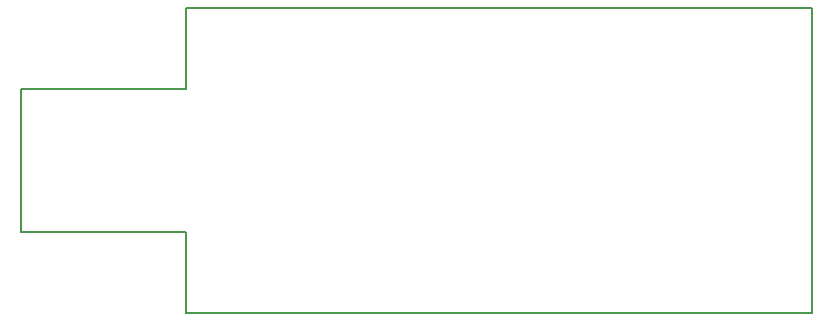
<source format=gbr>
G04 #@! TF.FileFunction,Profile,NP*
%FSLAX46Y46*%
G04 Gerber Fmt 4.6, Leading zero omitted, Abs format (unit mm)*
G04 Created by KiCad (PCBNEW 4.0.4-stable) date 02/22/17 16:36:32*
%MOMM*%
%LPD*%
G01*
G04 APERTURE LIST*
%ADD10C,0.100000*%
%ADD11C,0.150000*%
G04 APERTURE END LIST*
D10*
D11*
X98000000Y-106048000D02*
X112000000Y-106048000D01*
X98000000Y-93940000D02*
X98000000Y-106048000D01*
X112000000Y-93940000D02*
X98000000Y-93940000D01*
X112000000Y-112920000D02*
X112000000Y-106048000D01*
X165000000Y-112920000D02*
X112006000Y-112920000D01*
X165000000Y-87080000D02*
X165000000Y-112920000D01*
X111994000Y-87080000D02*
X165000000Y-87080000D01*
X112000000Y-93940000D02*
X112000000Y-87080000D01*
M02*

</source>
